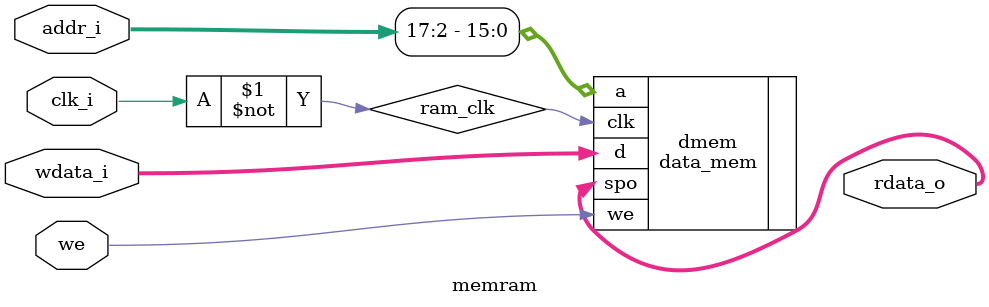
<source format=v>



module memram(
    input               clk_i,
    input       [31:0]  addr_i,
    input               we,
    input       [31:0]  wdata_i,
    output      [31:0]  rdata_o
    );
    wire ram_clk;
    assign ram_clk = ~clk_i;
    data_mem dmem(
        .clk    (ram_clk),
        .a      (addr_i[17:2]),
        .spo    (rdata_o),
        .we     (we),
        .d      (wdata_i)
    );
endmodule

</source>
